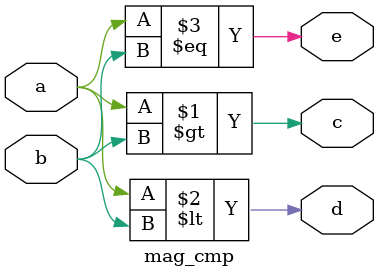
<source format=v>
module mag_cmp(
input a,b,
output c,d,e
);
assign c = a>b;
assign d = a<b;
assign e = a==b;
endmodule


</source>
